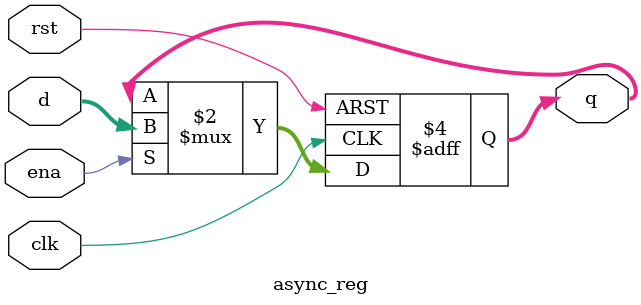
<source format=sv>
/*
A synchronous register (batch of flip flops) with rst > ena.
Code attribution: modified from https://github.com/avinash-nonholonomy/olin-cafe-f21/blob/main/examples/register.sv
*/

`default_nettype none

module async_reg(clk, ena, rst, d, q);
parameter L = 24;

input wire clk, ena, rst;
input wire [L-1:0] d;
output logic [L-1:0] q;

always_ff @(posedge clk, posedge rst) begin
  if (rst) begin
    q <= 0;
  end
  else begin
    if (ena) begin
      q <= d;
    end
  end
end

endmodule

</source>
